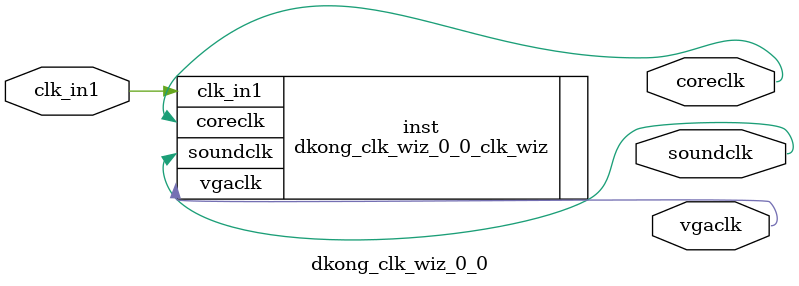
<source format=v>


`timescale 1ps/1ps

(* CORE_GENERATION_INFO = "dkong_clk_wiz_0_0,clk_wiz_v6_0_3_0_0,{component_name=dkong_clk_wiz_0_0,use_phase_alignment=true,use_min_o_jitter=false,use_max_i_jitter=false,use_dyn_phase_shift=false,use_inclk_switchover=false,use_dyn_reconfig=false,enable_axi=0,feedback_source=FDBK_AUTO,PRIMITIVE=MMCM,num_out_clk=3,clkin1_period=10.000,clkin2_period=10.000,use_power_down=false,use_reset=false,use_locked=false,use_inclk_stopped=false,feedback_type=SINGLE,CLOCK_MGR_TYPE=NA,manual_override=false}" *)

module dkong_clk_wiz_0_0 
 (
  // Clock out ports
  output        vgaclk,
  output        coreclk,
  output        soundclk,
 // Clock in ports
  input         clk_in1
 );

  dkong_clk_wiz_0_0_clk_wiz inst
  (
  // Clock out ports  
  .vgaclk(vgaclk),
  .coreclk(coreclk),
  .soundclk(soundclk),
 // Clock in ports
  .clk_in1(clk_in1)
  );

endmodule

</source>
